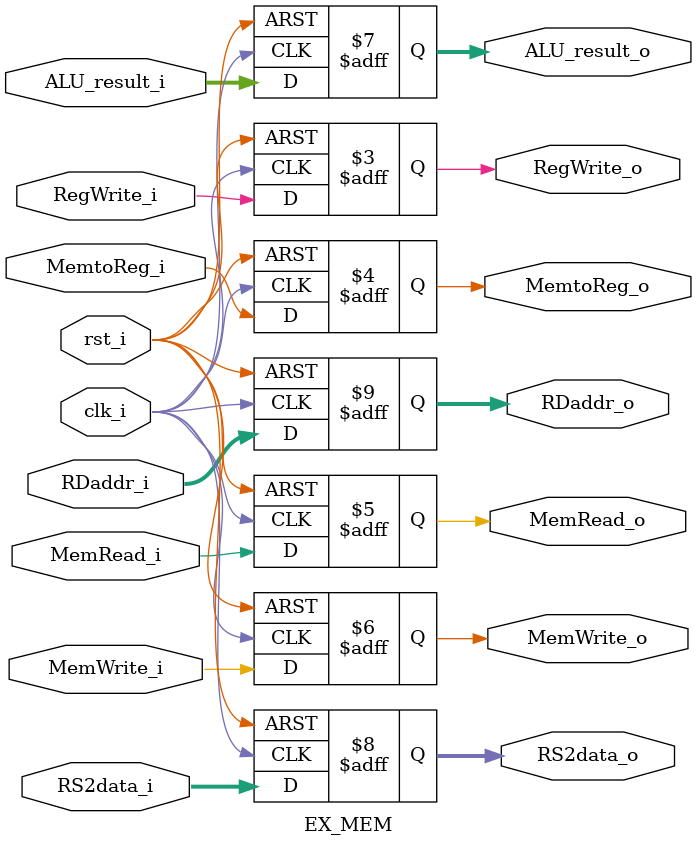
<source format=v>
module EX_MEM
(
    clk_i,
    rst_i,
    RegWrite_i,
    MemtoReg_i,
    MemRead_i,
    MemWrite_i,
    ALU_result_i,
    RS2data_i,
    RDaddr_i, 
    RegWrite_o,
    MemtoReg_o,
    MemRead_o,
    MemWrite_o,
    ALU_result_o,
    RS2data_o,
    RDaddr_o, 
);

input   clk_i;
input   rst_i;
input   RegWrite_i;
input   MemtoReg_i;
input   MemRead_i;
input   MemWrite_i;
input   [31:0]  ALU_result_i;
input   [31:0]  RS2data_i;
input   [4:0]   RDaddr_i;

output reg  RegWrite_o;
output reg  MemtoReg_o;
output reg  MemRead_o;
output reg  MemWrite_o;
output reg [31:0]  ALU_result_o;
output reg [31:0]  RS2data_o;
output reg [4:0]   RDaddr_o;

always@(posedge clk_i or negedge rst_i) begin
    if(~rst_i)begin
        RegWrite_o <= 0;
        MemtoReg_o <= 0;
        MemRead_o <= 0;
        MemWrite_o <= 0;
        ALU_result_o <= 32'b0;
        RS2data_o <= 32'b0;
        RDaddr_o <= 5'b0;
    end
    else begin
        RegWrite_o <= RegWrite_i;
        MemtoReg_o <= MemtoReg_i;
        MemRead_o <= MemRead_i;
        MemWrite_o <= MemWrite_i;
        ALU_result_o <= ALU_result_i;
        RS2data_o <= RS2data_i;
        RDaddr_o <= RDaddr_i;
    end
end

endmodule

</source>
